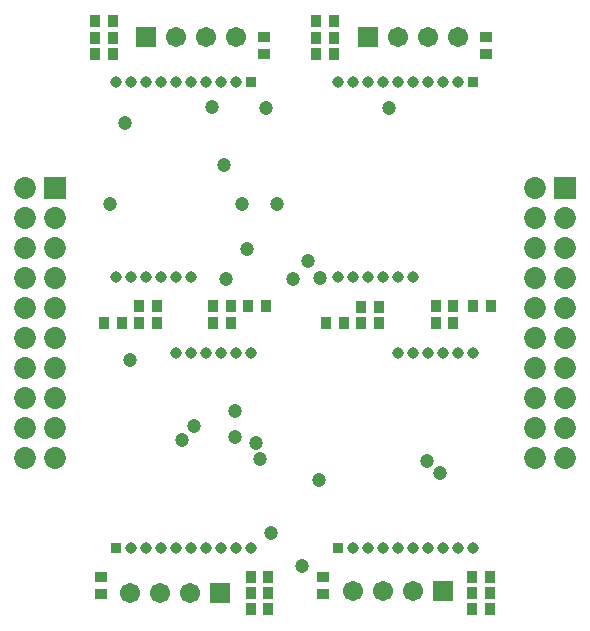
<source format=gts>
%FSAX43Y43*%
%MOMM*%
G71*
G01*
G75*
G04 Layer_Color=8388736*
%ADD10R,0.700X0.900*%
%ADD11R,0.900X0.700*%
%ADD12C,0.254*%
%ADD13C,0.500*%
%ADD14C,1.500*%
%ADD15R,1.500X1.500*%
%ADD16R,0.765X0.765*%
%ADD17C,0.765*%
%ADD18C,1.650*%
%ADD19R,1.650X1.650*%
%ADD20C,1.000*%
%ADD21R,1.400X1.100*%
%ADD22R,1.100X1.400*%
%ADD23R,0.700X2.500*%
%ADD24R,3.200X2.500*%
%ADD25O,2.000X0.350*%
%ADD26C,0.200*%
%ADD27C,0.203*%
%ADD28C,0.100*%
%ADD29C,0.178*%
%ADD30R,0.903X1.103*%
%ADD31R,1.103X0.903*%
%ADD32C,1.703*%
%ADD33R,1.703X1.703*%
%ADD34R,0.968X0.968*%
%ADD35C,0.968*%
%ADD36C,1.853*%
%ADD37R,1.853X1.853*%
%ADD38C,1.204*%
%ADD39C,1.203*%
D30*
X0063094Y0086630D02*
D03*
X0064594D02*
D03*
X0063094Y0088030D02*
D03*
X0064594D02*
D03*
X0064619Y0085255D02*
D03*
X0063119D02*
D03*
X0073109Y0063880D02*
D03*
X0074609D02*
D03*
X0091938Y0063880D02*
D03*
X0093438D02*
D03*
X0095036Y0039618D02*
D03*
X0096536D02*
D03*
X0095011Y0041005D02*
D03*
X0096511D02*
D03*
X0073109Y0062480D02*
D03*
X0074609D02*
D03*
X0096536Y0038230D02*
D03*
X0095036D02*
D03*
X0076288Y0039618D02*
D03*
X0077788D02*
D03*
X0083357Y0085255D02*
D03*
X0081857D02*
D03*
X0081857Y0088030D02*
D03*
X0083357D02*
D03*
X0077584Y0063880D02*
D03*
X0076084D02*
D03*
X0091938Y0062480D02*
D03*
X0093438D02*
D03*
X0076288Y0041005D02*
D03*
X0077788D02*
D03*
X0077788Y0038230D02*
D03*
X0076288D02*
D03*
X0087163Y0063855D02*
D03*
X0085663D02*
D03*
X0068363Y0063880D02*
D03*
X0066863D02*
D03*
X0083357Y0086630D02*
D03*
X0081857D02*
D03*
X0087113Y0062455D02*
D03*
X0085613D02*
D03*
X0082663Y0062455D02*
D03*
X0084163D02*
D03*
X0068363Y0062480D02*
D03*
X0066863D02*
D03*
X0063888Y0062480D02*
D03*
X0065388D02*
D03*
X0096613Y0063880D02*
D03*
X0095113D02*
D03*
D31*
X0077413Y0086730D02*
D03*
Y0085230D02*
D03*
X0082423Y0039509D02*
D03*
Y0041009D02*
D03*
X0063638Y0039505D02*
D03*
Y0041005D02*
D03*
X0096238Y0086730D02*
D03*
Y0085230D02*
D03*
D32*
X0093858Y0086655D02*
D03*
X0091318D02*
D03*
X0088778D02*
D03*
X0075058D02*
D03*
X0072518D02*
D03*
X0069978D02*
D03*
X0066040Y0039624D02*
D03*
X0068580D02*
D03*
X0071120D02*
D03*
X0084943Y0039830D02*
D03*
X0087483D02*
D03*
X0090023D02*
D03*
D33*
X0086238Y0086655D02*
D03*
X0067438D02*
D03*
X0073660Y0039624D02*
D03*
X0092563Y0039830D02*
D03*
D34*
X0083678Y0043455D02*
D03*
X0076348Y0082905D02*
D03*
X0095138D02*
D03*
X0064888Y0043455D02*
D03*
D35*
X0084948D02*
D03*
X0086218D02*
D03*
X0087488D02*
D03*
X0088758D02*
D03*
X0090028D02*
D03*
X0091298D02*
D03*
X0092568D02*
D03*
X0093838D02*
D03*
X0095108D02*
D03*
X0088758Y0059965D02*
D03*
X0090028D02*
D03*
X0091298D02*
D03*
X0092568D02*
D03*
X0093838D02*
D03*
X0095108D02*
D03*
X0075078Y0082905D02*
D03*
X0073808D02*
D03*
X0072538D02*
D03*
X0071268D02*
D03*
X0069998D02*
D03*
X0068728D02*
D03*
X0067458D02*
D03*
X0066188D02*
D03*
X0064918D02*
D03*
X0071268Y0066395D02*
D03*
X0069998D02*
D03*
X0068728D02*
D03*
X0067458D02*
D03*
X0066188D02*
D03*
X0064918D02*
D03*
X0093868Y0082905D02*
D03*
X0092598D02*
D03*
X0091328D02*
D03*
X0090058D02*
D03*
X0088788D02*
D03*
X0087518D02*
D03*
X0086248D02*
D03*
X0084978D02*
D03*
X0083708D02*
D03*
X0090058Y0066395D02*
D03*
X0088788D02*
D03*
X0087518D02*
D03*
X0086248D02*
D03*
X0084978D02*
D03*
X0083708D02*
D03*
X0076318Y0059965D02*
D03*
X0075048D02*
D03*
X0073778D02*
D03*
X0072508D02*
D03*
X0071238D02*
D03*
X0069968D02*
D03*
X0076318Y0043455D02*
D03*
X0075048D02*
D03*
X0073778D02*
D03*
X0072508D02*
D03*
X0071238D02*
D03*
X0069968D02*
D03*
X0068698D02*
D03*
X0067428D02*
D03*
X0066158D02*
D03*
D36*
X0057178Y0051033D02*
D03*
Y0053573D02*
D03*
Y0056113D02*
D03*
Y0063733D02*
D03*
Y0061193D02*
D03*
Y0058653D02*
D03*
Y0071353D02*
D03*
Y0068813D02*
D03*
Y0066273D02*
D03*
Y0073893D02*
D03*
X0059718Y0066273D02*
D03*
Y0068813D02*
D03*
Y0071353D02*
D03*
Y0058653D02*
D03*
Y0061193D02*
D03*
Y0063733D02*
D03*
Y0056113D02*
D03*
Y0053573D02*
D03*
Y0051033D02*
D03*
X0100358D02*
D03*
Y0053573D02*
D03*
Y0056113D02*
D03*
Y0063733D02*
D03*
Y0061193D02*
D03*
Y0058653D02*
D03*
Y0071353D02*
D03*
Y0068813D02*
D03*
Y0066273D02*
D03*
Y0073893D02*
D03*
X0102898Y0066273D02*
D03*
Y0068813D02*
D03*
Y0071353D02*
D03*
Y0058653D02*
D03*
Y0061193D02*
D03*
Y0063733D02*
D03*
Y0056113D02*
D03*
Y0053573D02*
D03*
Y0051033D02*
D03*
D37*
X0059718Y0073893D02*
D03*
X0102898D02*
D03*
D38*
X0074168Y0066167D02*
D03*
X0079883D02*
D03*
X0075946Y0068707D02*
D03*
X0066040Y0059309D02*
D03*
X0092329Y0049784D02*
D03*
X0091186Y0050800D02*
D03*
X0082042Y0049149D02*
D03*
X0080645Y0041910D02*
D03*
X0070485Y0052578D02*
D03*
X0071501Y0053721D02*
D03*
D39*
X0088011Y0080645D02*
D03*
X0077597D02*
D03*
X0065659Y0079375D02*
D03*
X0074041Y0075819D02*
D03*
X0073025Y0080772D02*
D03*
X0082169Y0066294D02*
D03*
X0081153Y0067691D02*
D03*
X0074930Y0054991D02*
D03*
Y0052832D02*
D03*
X0076708Y0052324D02*
D03*
X0077089Y0050927D02*
D03*
X0075553Y0072529D02*
D03*
X0078474D02*
D03*
X0077978Y0044704D02*
D03*
X0064389Y0072517D02*
D03*
M02*

</source>
